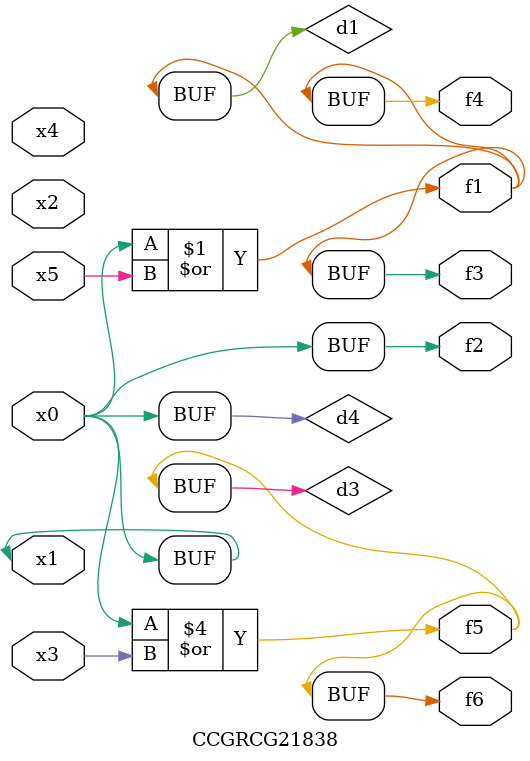
<source format=v>
module CCGRCG21838(
	input x0, x1, x2, x3, x4, x5,
	output f1, f2, f3, f4, f5, f6
);

	wire d1, d2, d3, d4;

	or (d1, x0, x5);
	xnor (d2, x1, x4);
	or (d3, x0, x3);
	buf (d4, x0, x1);
	assign f1 = d1;
	assign f2 = d4;
	assign f3 = d1;
	assign f4 = d1;
	assign f5 = d3;
	assign f6 = d3;
endmodule

</source>
